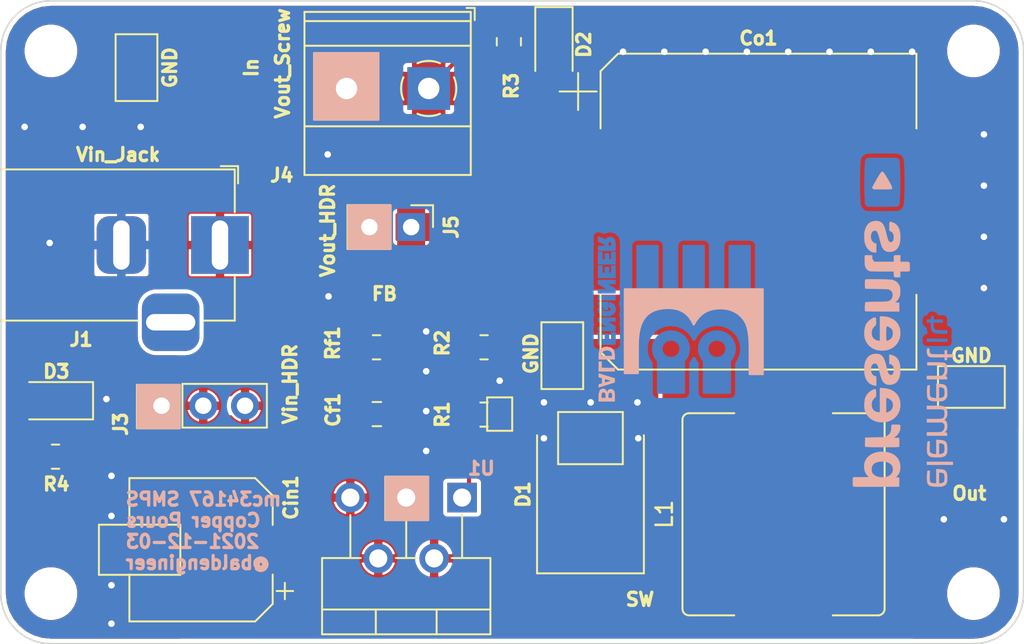
<source format=kicad_pcb>
(kicad_pcb (version 20171130) (host pcbnew "(5.1.10)-1")
  (layers (0 F.Cu signal hide) (31 B.Cu signal hide) (34 B.Paste user) (35 F.Paste user) (36 B.SilkS user) (37 F.SilkS user) (38 B.Mask user) (39 F.Mask user) (44 Edge.Cuts user))
  (net 0 "")
  (net 1 "Net-(Cf1-Pad2)")
  (net 2 /Comp)
  (net 3 GND)
  (net 4 /Vin)
  (net 5 /Vout)
  (net 6 /SW)
  (net 7 /Fb)
  (net 8 "Net-(D2-Pad2)")
  (net 9 "Net-(D3-Pad2)")
  (module "My Libraries:BE10v2" (layer B.Cu) (at 165.608 118.11 90)
    (fp_text reference svg2mod hide)
    (fp_text value G*** hide)
    (fp_poly (pts (xy 9.4375 -9.590522) (xy 9.4375 -9.423126) (xy 9.5775 -9.423126) (xy 9.6775 -9.412825) (xy 9.7325 -9.369045) (xy 9.7575 -9.291785) (xy 9.7325 -9.2171) (xy 9.68 -9.175895) (xy 9.5725 -9.168169) (xy 9.4375 -9.168168) (xy 9.4375 -9.423126) (xy 9.4375 -9.590522) (xy 9.4375 -9.984547) (xy 9.21 -9.984547) (xy 9.21 -8.987895) (xy 9.635 -8.987895) (xy 9.825 -9.016224) (xy 9.9425 -9.119237) (xy 9.99 -9.286633) (xy 9.948437 -9.440509) (xy 9.8225 -9.544166) (xy 10 -9.984547) (xy 9.75 -9.984547) (xy 9.6025 -9.590522) (xy 9.4375 -9.590522)) (layer B.Cu) (width 0.095901))
    (fp_poly (pts (xy 9.075 -9.178469) (xy 8.615 -9.178469) (xy 8.615 -9.38192) (xy 8.975 -9.38192) (xy 8.975 -9.569919) (xy 8.6125 -9.569919) (xy 8.6125 -9.786247) (xy 9.075 -9.786247) (xy 9.075 -9.984547) (xy 8.385 -9.984547) (xy 8.385 -8.987895) (xy 9.075 -8.987895) (xy 9.075 -9.178469)) (layer B.Cu) (width 0.095901))
    (fp_poly (pts (xy 8.2475 -9.178469) (xy 7.7875 -9.178469) (xy 7.7875 -9.38192) (xy 8.15 -9.38192) (xy 8.15 -9.569919) (xy 7.7875 -9.569919) (xy 7.7875 -9.786247) (xy 8.2475 -9.786247) (xy 8.2475 -9.984547) (xy 7.5575 -9.984547) (xy 7.5575 -8.987895) (xy 8.2475 -8.987895) (xy 8.2475 -9.178469)) (layer B.Cu) (width 0.095901))
    (fp_poly (pts (xy 7.3625 -8.99047) (xy 7.3625 -9.987123) (xy 7.17 -9.987123) (xy 6.7925 -9.314962) (xy 6.794987 -9.348441) (xy 6.797474 -9.392222) (xy 6.797474 -9.989698) (xy 6.619974 -9.989698) (xy 6.619974 -8.993046) (xy 6.864974 -8.993046) (xy 7.194974 -9.580221) (xy 7.189973 -9.513262) (xy 7.189973 -8.993046) (xy 7.362473 -8.993046) (xy 7.3625 -8.99047)) (layer B.Cu) (width 0.095901))
    (fp_poly (pts (xy 6.4225 -8.99047) (xy 6.4225 -9.987123) (xy 6.1975 -9.987123) (xy 6.1975 -8.99047) (xy 6.4225 -8.99047)) (layer B.Cu) (width 0.095901))
    (fp_poly (pts (xy 6.02 -9.454029) (xy 6.02 -9.987123) (xy 5.9175 -9.987123) (xy 5.885 -9.871233) (xy 5.62 -9.999999) (xy 5.451875 -9.965232) (xy 5.325 -9.860931) (xy 5.24625 -9.700939) (xy 5.22 -9.500386) (xy 5.248125 -9.285346) (xy 5.3325 -9.116662) (xy 5.465312 -9.00882) (xy 5.6375 -8.972443) (xy 5.8975 -9.065155) (xy 6.0175 -9.314962) (xy 5.8025 -9.34329) (xy 5.635 -9.163017) (xy 5.495 -9.248003) (xy 5.4475 -9.492659) (xy 5.4975 -9.727014) (xy 5.6425 -9.806849) (xy 5.75 -9.765644) (xy 5.7975 -9.634303) (xy 5.615 -9.634303) (xy 5.615 -9.448879) (xy 6.02 -9.448879) (xy 6.02 -9.454029)) (layer B.Cu) (width 0.095901))
    (fp_poly (pts (xy 5.07 -8.99047) (xy 5.07 -9.987123) (xy 4.8775 -9.987123) (xy 4.5 -9.312387) (xy 4.502487 -9.345866) (xy 4.504974 -9.389646) (xy 4.504974 -9.987123) (xy 4.327474 -9.987123) (xy 4.327474 -8.99047) (xy 4.572474 -8.99047) (xy 4.902474 -9.577645) (xy 4.897473 -9.510687) (xy 4.897473 -8.99047) (xy 5.07 -8.99047)) (layer B.Cu) (width 0.095901))
    (fp_poly (pts (xy 4.19 -9.178469) (xy 3.73 -9.178469) (xy 3.73 -9.38192) (xy 4.0925 -9.38192) (xy 4.0925 -9.569919) (xy 3.73 -9.569919) (xy 3.73 -9.786247) (xy 4.19 -9.786247) (xy 4.19 -9.984547) (xy 3.5 -9.984547) (xy 3.5 -8.987895) (xy 4.19 -8.987895) (xy 4.19 -9.178469)) (layer B.Cu) (width 0.095901))
    (fp_poly (pts (xy 3.21 -1.689415) (xy 2.687226 -2.555289) (xy 2.809062 -2.368658) (xy 2.989492 -2.242869) (xy 3.21 -2.196755) (xy 3.431562 -2.242869) (xy 3.611875 -2.368658) (xy 3.733125 -2.555289) (xy 3.7775 -2.78393) (xy 3.733125 -3.011082) (xy 3.611875 -3.196948) (xy 3.431562 -3.322455) (xy 3.21 -3.368529) (xy 2.988437 -3.322455) (xy 2.808125 -3.196948) (xy 2.686875 -3.011082) (xy 2.6425 -2.78393) (xy 2.687226 -2.555289) (xy 3.21 -1.689415) (xy 2.933796 -1.727091) (xy 2.68537 -1.832871) (xy 2.4725 -1.995879) (xy 0.5375 -1.995879) (xy 0.5375 -3.57198) (xy 2.4725 -3.57198) (xy 2.684259 -3.736134) (xy 2.933241 -3.841341) (xy 3.21 -3.878444) (xy 3.492697 -3.839397) (xy 3.746574 -3.729171) (xy 3.961562 -3.558138) (xy 4.127592 -3.336672) (xy 4.234595 -3.075145) (xy 4.2725 -2.78393) (xy 4.234595 -2.492715) (xy 4.127592 -2.231188) (xy 3.961562 -2.009722) (xy 3.746574 -1.838689) (xy 3.492697 -1.728463) (xy 3.21 -1.689415)) (layer B.Cu) (width 0.134262))
    (fp_poly (pts (xy 6.83 -6.39454) (xy 9.465 -6.39454) (xy 9.465 -7.617821) (xy 6.83 -7.617821) (xy 6.83 -6.39454)) (layer B.Cu) (width 0.134262))
    (fp_poly (pts (xy 6.83 -3.587432) (xy 9.465 -3.587432) (xy 9.465 -4.810713) (xy 6.83 -4.810713) (xy 6.83 -3.587432)) (layer B.Cu) (width 0.134262))
    (fp_poly (pts (xy 6.83 -0.788051) (xy 9.465 -0.788051) (xy 9.465 -2.011331) (xy 6.83 -2.011331) (xy 6.83 -0.788051)) (layer B.Cu) (width 0.134262))
    (fp_poly (pts (xy 3.21 -4.483646) (xy 2.687226 -5.349923) (xy 2.809062 -5.164177) (xy 2.989492 -5.039274) (xy 3.21 -4.993561) (xy 3.431562 -5.039636) (xy 3.611875 -5.165143) (xy 3.733125 -5.351009) (xy 3.7775 -5.578161) (xy 3.733125 -5.806802) (xy 3.611875 -5.993433) (xy 3.431562 -6.119221) (xy 3.21 -6.165336) (xy 2.988437 -6.119221) (xy 2.808125 -5.993433) (xy 2.686875 -5.806802) (xy 2.6425 -5.578161) (xy 2.687226 -5.349923) (xy 3.21 -4.483646) (xy 2.933796 -4.521323) (xy 2.68537 -4.627102) (xy 2.4725 -4.790111) (xy 0.5375 -4.790111) (xy 0.5375 -6.366211) (xy 2.4725 -6.366211) (xy 2.684259 -6.530365) (xy 2.933241 -6.635572) (xy 3.21 -6.672675) (xy 3.492697 -6.633628) (xy 3.746574 -6.523402) (xy 3.961562 -6.352369) (xy 4.127592 -6.130903) (xy 4.234595 -5.869376) (xy 4.2725 -5.578161) (xy 4.234595 -5.286946) (xy 4.127592 -5.025419) (xy 3.961562 -4.803953) (xy 3.746574 -4.63292) (xy 3.492697 -4.522694) (xy 3.21 -4.483646)) (layer B.Cu) (width 0.134262))
  )
  (module "e14 Presents KiCad Footprints:e14presents logo 20mm silk and copper v1" (layer B.Cu) (at 170.2435 107.888419 90)
    (fp_text reference Ref** hide)
    (fp_text value Val** hide)
    (fp_poly (pts (xy 3.317398 3.737912) (xy 3.52923 3.735269) (xy 3.731755 3.730753) (xy 3.920284 3.724494) (xy 4.090128 3.716622) (xy 4.236596 3.707268) (xy 4.355 3.696561) (xy 4.440648 3.684633) (xy 4.488852 3.671613) (xy 4.489938 3.671069) (xy 4.519206 3.655151) (xy 4.543481 3.637833) (xy 4.563229 3.615251) (xy 4.578917 3.583543) (xy 4.591011 3.538844) (xy 4.599979 3.47729) (xy 4.606286 3.395019) (xy 4.610399 3.288165) (xy 4.612786 3.152867) (xy 4.613911 2.98526) (xy 4.614242 2.78148) (xy 4.614254 2.641593) (xy 4.614156 2.425783) (xy 4.613779 2.248191) (xy 4.612939 2.104704) (xy 4.611452 1.991207) (xy 4.609133 1.903585) (xy 4.605797 1.837723) (xy 4.60126 1.789508) (xy 4.595336 1.754824) (xy 4.587843 1.729557) (xy 4.578593 1.709592) (xy 4.571911 1.698097) (xy 4.529825 1.646399) (xy 4.482457 1.61113) (xy 4.476662 1.608633) (xy 4.425655 1.597435) (xy 4.337227 1.587215) (xy 4.216277 1.578066) (xy 4.067708 1.570077) (xy 3.896422 1.56334) (xy 3.707319 1.557945) (xy 3.505301 1.553983) (xy 3.295271 1.551546) (xy 3.082129 1.550723) (xy 2.870776 1.551607) (xy 2.666116 1.554288) (xy 2.473048 1.558856) (xy 2.296476 1.565403) (xy 2.25425 1.567422) (xy 2.137592 1.573145) (xy 2.027945 1.57826) (xy 1.936338 1.582268) (xy 1.873799 1.584675) (xy 1.865842 1.584917) (xy 1.797527 1.593744) (xy 1.743441 1.622042) (xy 1.7018 1.659466) (xy 1.629834 1.731433) (xy 1.629834 2.639007) (xy 1.629836 2.6428) (xy 2.709334 2.6428) (xy 2.709431 2.480643) (xy 2.71002 2.355591) (xy 2.71154 2.262417) (xy 2.714434 2.195893) (xy 2.719144 2.150792) (xy 2.726111 2.121886) (xy 2.735778 2.103947) (xy 2.748585 2.091748) (xy 2.756377 2.086117) (xy 2.793249 2.061856) (xy 2.810294 2.053166) (xy 2.82975 2.063295) (xy 2.88074 2.091749) (xy 2.958166 2.135631) (xy 3.056932 2.192043) (xy 3.171943 2.258088) (xy 3.258994 2.308273) (xy 3.383915 2.381057) (xy 3.497315 2.448374) (xy 3.593767 2.506901) (xy 3.667844 2.553317) (xy 3.714119 2.584299) (xy 3.726772 2.59465) (xy 3.741392 2.620412) (xy 3.740273 2.647903) (xy 3.72017 2.679817) (xy 3.677839 2.718845) (xy 3.610034 2.767681) (xy 3.513511 2.829015) (xy 3.385024 2.90554) (xy 3.276005 2.968625) (xy 3.15169 3.039051) (xy 3.037773 3.101739) (xy 2.939934 3.153712) (xy 2.863851 3.191993) (xy 2.815203 3.213605) (xy 2.801567 3.217333) (xy 2.774137 3.215423) (xy 2.752754 3.206577) (xy 2.736666 3.186123) (xy 2.725125 3.149392) (xy 2.717379 3.09171) (xy 2.712679 3.008406) (xy 2.710276 2.894809) (xy 2.709418 2.746247) (xy 2.709334 2.6428) (xy 1.629836 2.6428) (xy 1.629994 2.862476) (xy 1.630565 3.047422) (xy 1.631676 3.197657) (xy 1.633461 3.31699) (xy 1.636051 3.409232) (xy 1.639578 3.478192) (xy 1.644174 3.527682) (xy 1.64997 3.561511) (xy 1.657099 3.58349) (xy 1.662868 3.593744) (xy 1.684741 3.622099) (xy 1.709646 3.64518) (xy 1.742169 3.663744) (xy 1.786891 3.678548) (xy 1.848399 3.690349) (xy 1.931275 3.699903) (xy 2.040104 3.707967) (xy 2.17947 3.715299) (xy 2.353956 3.722655) (xy 2.470809 3.727146) (xy 2.672967 3.733298) (xy 2.884577 3.737057) (xy 3.100951 3.738551) (xy 3.317398 3.737912)) (layer B.Cu) (width 0.01))
    (fp_poly (pts (xy -6.392333 5.355166) (xy -6.582833 5.355166) (xy -6.582833 6.604) (xy -6.392333 6.604) (xy -6.392333 5.355166)) (layer B.Cu) (width 0.01))
    (fp_poly (pts (xy -5.880668 6.260041) (xy -5.875012 6.097548) (xy -5.866587 5.977091) (xy -5.855375 5.898465) (xy -5.845039 5.866666) (xy -5.791269 5.812229) (xy -5.703473 5.775485) (xy -5.58691 5.758358) (xy -5.546346 5.757333) (xy -5.418666 5.757333) (xy -5.418666 6.328833) (xy -5.228166 6.328833) (xy -5.228166 5.759328) (xy -5.125476 5.77149) (xy -5.063338 5.776978) (xy -5.030597 5.771563) (xy -5.014876 5.751189) (xy -5.009348 5.733451) (xy -4.998466 5.678253) (xy -5.0082 5.646031) (xy -5.046119 5.627626) (xy -5.106458 5.615957) (xy -5.217583 5.598352) (xy -5.230279 5.355166) (xy -5.418666 5.355166) (xy -5.418666 5.583913) (xy -5.614458 5.591341) (xy -5.751165 5.60182) (xy -5.853928 5.623816) (xy -5.930392 5.660949) (xy -5.988205 5.716841) (xy -6.032059 5.789083) (xy -6.051682 5.831648) (xy -6.066003 5.873417) (xy -6.076076 5.922385) (xy -6.082954 5.986548) (xy -6.087691 6.073901) (xy -6.091341 6.19244) (xy -6.09271 6.249458) (xy -6.100885 6.604) (xy -5.888684 6.604) (xy -5.880668 6.260041)) (layer B.Cu) (width 0.01))
  )
  (module Inductor_SMD:L_Bourns_SRR1210A (layer F.Cu) (at 166.878 124.968 90)
    (fp_text reference L1 (at 0 -7.25 90) (layer F.SilkS))
    (fp_text value 180u)
    (pad 1 smd rect (at -5.05 0 90) (size 2.8 5.3) (layers F.Cu F.Paste F.Mask) (net 6 /SW))
    (pad 2 smd rect (at 5.05 0 90) (size 2.8 5.3) (layers F.Cu F.Paste F.Mask) (net 5 /Vout))
  )
  (module "My Libraries:Harwin-S1751-46-Test-Point" (layer F.Cu) (at 127.508 97.79 90)
    (fp_text reference TP7 hide)
    (fp_text value GND (at -0.000001 2.032 90) (layer F.SilkS) (effects (font (size 0.8 0.8) (thickness 0.2))))
    (pad 1 smd rect (at 0 0 90) (size 3.45 1.85) (layers F.Cu F.Paste F.Mask) (net 3 GND))
  )
  (module "My Libraries:Harwin-S1751-46-Test-Point" (layer F.Cu) (at 153.416 115.316 90)
    (fp_text reference TP6 hide)
    (fp_text value GND (at 0.127 -1.905 270) (layer F.SilkS) (effects (font (size 0.8 0.8) (thickness 0.2))))
    (pad 1 smd rect (at 0 0 90) (size 3.45 1.85) (layers F.Cu F.Paste F.Mask) (net 3 GND))
  )
  (module "My Libraries:Harwin-S1751-46-Test-Point" (layer F.Cu) (at 178.308 117.221)
    (fp_text reference TP5 hide)
    (fp_text value GND (at 0 -1.905) (layer F.SilkS) (effects (font (size 0.8 0.8) (thickness 0.2))))
    (pad 1 smd rect (at 0 0) (size 3.45 1.85) (layers F.Cu F.Paste F.Mask) (net 3 GND))
  )
  (module MountingHole:MountingHole_2.7mm_M2.5 (layer F.Cu) (at 178.435 96.774)
    (fp_text reference H4 hide)
    (fp_text value MountingHole)
    (pad 1 np_thru_hole circle (at 0 0) (size 2.7 2.7) (drill 2.7) (layers *.Cu *.Mask))
  )
  (module MountingHole:MountingHole_2.7mm_M2.5 (layer F.Cu) (at 122.301 129.794)
    (fp_text reference H3 hide)
    (fp_text value MountingHole)
    (pad 1 np_thru_hole circle (at 0 0) (size 2.7 2.7) (drill 2.7) (layers *.Cu *.Mask))
  )
  (module MountingHole:MountingHole_2.7mm_M2.5 (layer F.Cu) (at 178.435 129.794)
    (fp_text reference H2 hide)
    (fp_text value MountingHole)
    (pad 1 np_thru_hole circle (at 0 0) (size 2.7 2.7) (drill 2.7) (layers *.Cu *.Mask))
  )
  (module MountingHole:MountingHole_2.7mm_M2.5 (layer F.Cu) (at 122.301 96.774)
    (fp_text reference H1 hide)
    (fp_text value MountingHole)
    (pad 1 np_thru_hole circle (at 0 0) (size 2.7 2.7) (drill 2.7) (layers *.Cu *.Mask))
  )
  (module Resistor_SMD:R_0805_2012Metric (layer F.Cu) (at 122.5804 121.4628 180)
    (fp_text reference R4 (at -0.0508 -1.6764) (layer F.SilkS) (effects (font (size 0.8 0.8) (thickness 0.2))))
    (fp_text value k)
    (pad 2 smd roundrect (at 0.9125 0 180) (size 1.025 1.4) (layers F.Cu F.Paste F.Mask) (roundrect_rratio 0.243902) (net 9 "Net-(D3-Pad2)"))
    (pad 1 smd roundrect (at -0.9125 0 180) (size 1.025 1.4) (layers F.Cu F.Paste F.Mask) (roundrect_rratio 0.243902) (net 4 /Vin))
  )
  (module Resistor_SMD:R_0805_2012Metric (layer F.Cu) (at 150.1648 96.2152 90)
    (fp_text reference R3 (at -2.6924 0.1524 90) (layer F.SilkS) (effects (font (size 0.8 0.8) (thickness 0.2))))
    (fp_text value k)
    (pad 2 smd roundrect (at 0.9125 0 90) (size 1.025 1.4) (layers F.Cu F.Paste F.Mask) (roundrect_rratio 0.243902) (net 8 "Net-(D2-Pad2)"))
    (pad 1 smd roundrect (at -0.9125 0 90) (size 1.025 1.4) (layers F.Cu F.Paste F.Mask) (roundrect_rratio 0.243902) (net 5 /Vout))
  )
  (module LED_SMD:LED_1206_3216Metric (layer F.Cu) (at 122.5804 118.0592 180)
    (fp_text reference D3 (at -0.0508 1.778) (layer F.SilkS) (effects (font (size 0.8 0.8) (thickness 0.2))))
    (fp_text value Vin)
    (pad 2 smd roundrect (at 1.4 0 180) (size 1.25 1.75) (layers F.Cu F.Paste F.Mask) (roundrect_rratio 0.2) (net 9 "Net-(D3-Pad2)"))
    (pad 1 smd roundrect (at -1.4 0 180) (size 1.25 1.75) (layers F.Cu F.Paste F.Mask) (roundrect_rratio 0.2) (net 3 GND))
  )
  (module LED_SMD:LED_1206_3216Metric (layer F.Cu) (at 152.908 96.393 270)
    (fp_text reference D2 (at 0 -1.82 90) (layer F.SilkS) (effects (font (size 0.8 0.8) (thickness 0.2))))
    (fp_text value Vout)
    (pad 2 smd roundrect (at 1.4 0 270) (size 1.25 1.75) (layers F.Cu F.Paste F.Mask) (roundrect_rratio 0.2) (net 8 "Net-(D2-Pad2)"))
    (pad 1 smd roundrect (at -1.4 0 270) (size 1.25 1.75) (layers F.Cu F.Paste F.Mask) (roundrect_rratio 0.2) (net 3 GND))
  )
  (module TerminalBlock_Phoenix:TerminalBlock_Phoenix_MKDS-1,5-2_1x02_P5.00mm_Horizontal (layer F.Cu) (at 145.288 99.06 180)
    (fp_text reference J4 (at 8.9408 -5.2832) (layer F.SilkS) (effects (font (size 0.8 0.8) (thickness 0.2))))
    (fp_text value Vout_Screw (at 8.89 1.524 90) (layer F.SilkS) (effects (font (size 0.8 0.8) (thickness 0.2))))
    (pad 2 thru_hole circle (at 5 0 180) (size 2.6 2.6) (drill 1.3) (layers *.Cu *.Mask) (net 3 GND))
    (pad 1 thru_hole rect (at 0 0 180) (size 2.6 2.6) (drill 1.3) (layers *.Cu *.Mask) (net 5 /Vout))
  )
  (module Connector_PinHeader_2.54mm:PinHeader_1x03_P2.54mm_Vertical (layer F.Cu) (at 129.032 118.364 90)
    (fp_text reference J3 (at -1.1176 -2.4892 270) (layer F.SilkS) (effects (font (size 0.8 0.8) (thickness 0.2))))
    (fp_text value Vin_HDR (at 1.3208 7.8232 90) (layer F.SilkS) (effects (font (size 0.8 0.8) (thickness 0.2))))
    (pad 3 thru_hole oval (at 0 5.08 90) (size 1.7 1.7) (drill 1) (layers *.Cu *.Mask) (net 2 /Comp))
    (pad 2 thru_hole oval (at 0 2.54 90) (size 1.7 1.7) (drill 1) (layers *.Cu *.Mask) (net 4 /Vin))
    (pad 1 thru_hole rect (at 0 0 90) (size 1.7 1.7) (drill 1) (layers *.Cu *.Mask) (net 3 GND))
  )
  (module Package_TO_SOT_THT:TO-220-5_P3.4x3.7mm_StaggerOdd_Lead3.8mm_Vertical (layer F.Cu) (at 147.32 123.952 180)
    (fp_text reference U1 (at -1.1684 1.778) (layer B.SilkS) (effects (font (size 0.8 0.8) (thickness 0.2)) (justify mirror)))
    (fp_text value MC34167)
    (pad 5 thru_hole oval (at 6.8 0 180) (size 1.8 1.8) (drill 1.1) (layers *.Cu *.Mask) (net 2 /Comp))
    (pad 4 thru_hole oval (at 5.1 -3.7 180) (size 1.8 1.8) (drill 1.1) (layers *.Cu *.Mask) (net 4 /Vin))
    (pad 3 thru_hole oval (at 3.4 0 180) (size 1.8 1.8) (drill 1.1) (layers *.Cu *.Mask) (net 3 GND))
    (pad 2 thru_hole oval (at 1.7 -3.7 180) (size 1.8 1.8) (drill 1.1) (layers *.Cu *.Mask) (net 6 /SW))
    (pad 1 thru_hole rect (at 0 0 180) (size 1.8 1.8) (drill 1.1) (layers *.Cu *.Mask) (net 7 /Fb))
  )
  (module "My Libraries:Harwin-S1751-46-Test-Point" (layer F.Cu) (at 178.308 121.793 180)
    (fp_text reference TP4 hide)
    (fp_text value Out (at 0.127 -1.905) (layer F.SilkS) (effects (font (size 0.8 0.8) (thickness 0.2))))
    (pad 1 smd rect (at 0 0 180) (size 3.45 1.85) (layers F.Cu F.Paste F.Mask) (net 5 /Vout))
  )
  (module "My Libraries:Harwin-S1751-46-Test-Point" (layer F.Cu) (at 155.1305 130.2385)
    (fp_text reference TP3 hide)
    (fp_text value SW (at 3.0099 -0.0889) (layer F.SilkS) (effects (font (size 0.8 0.8) (thickness 0.2))))
    (pad 1 smd rect (at 0 0) (size 3.45 1.85) (layers F.Cu F.Paste F.Mask) (net 6 /SW))
  )
  (module "My Libraries:Harwin-S1751-46-Test-Point" (layer F.Cu) (at 145.288 111.5568)
    (fp_text reference TP2 hide)
    (fp_text value FB (at -2.6924 0) (layer F.SilkS) (effects (font (size 0.8 0.8) (thickness 0.2))))
    (pad 1 smd rect (at 0 0) (size 3.45 1.85) (layers F.Cu F.Paste F.Mask) (net 7 /Fb))
  )
  (module "My Libraries:Harwin-S1751-46-Test-Point" (layer F.Cu) (at 132.715 97.79 270)
    (fp_text reference TP1 hide)
    (fp_text value In (at 0 -1.778 90) (layer F.SilkS) (effects (font (size 0.8 0.8) (thickness 0.2))))
    (pad 1 smd rect (at 0 0 270) (size 3.45 1.85) (layers F.Cu F.Paste F.Mask) (net 4 /Vin))
  )
  (module Resistor_SMD:R_0805_2012Metric (layer F.Cu) (at 142.113 114.808 180)
    (fp_text reference Rf1 (at 2.667 0.254 90) (layer F.SilkS) (effects (font (size 0.8 0.8) (thickness 0.2))))
    (fp_text value 68k)
    (pad 2 smd roundrect (at 0.9125 0 180) (size 1.025 1.4) (layers F.Cu F.Paste F.Mask) (roundrect_rratio 0.243902) (net 1 "Net-(Cf1-Pad2)"))
    (pad 1 smd roundrect (at -0.9125 0 180) (size 1.025 1.4) (layers F.Cu F.Paste F.Mask) (roundrect_rratio 0.243902) (net 7 /Fb))
  )
  (module Resistor_SMD:R_0805_2012Metric (layer F.Cu) (at 148.6535 114.808 180)
    (fp_text reference R2 (at 2.54 0.254 90) (layer F.SilkS) (effects (font (size 0.8 0.8) (thickness 0.2))))
    (fp_text value 6.8k)
    (pad 2 smd roundrect (at 0.9125 0 180) (size 1.025 1.4) (layers F.Cu F.Paste F.Mask) (roundrect_rratio 0.243902) (net 7 /Fb))
    (pad 1 smd roundrect (at -0.9125 0 180) (size 1.025 1.4) (layers F.Cu F.Paste F.Mask) (roundrect_rratio 0.243902) (net 5 /Vout))
  )
  (module Resistor_SMD:R_0805_2012Metric (layer F.Cu) (at 148.6535 118.902)
    (fp_text reference R1 (at -2.54 0 90) (layer F.SilkS) (effects (font (size 0.8 0.8) (thickness 0.2))))
    (fp_text value k)
    (pad 2 smd roundrect (at 0.9125 0) (size 1.025 1.4) (layers F.Cu F.Paste F.Mask) (roundrect_rratio 0.243902) (net 3 GND))
    (pad 1 smd roundrect (at -0.9125 0) (size 1.025 1.4) (layers F.Cu F.Paste F.Mask) (roundrect_rratio 0.243902) (net 7 /Fb))
  )
  (module Connector_PinHeader_2.54mm:PinHeader_1x02_P2.54mm_Vertical (layer F.Cu) (at 144.2212 107.4928 270)
    (fp_text reference J5 (at 0 -2.4384 90) (layer F.SilkS) (effects (font (size 0.8 0.8) (thickness 0.2))))
    (fp_text value Vout_HDR (at 0.2032 5.08 90) (layer F.SilkS) (effects (font (size 0.8 0.8) (thickness 0.2))))
    (pad 2 thru_hole oval (at 0 2.54 270) (size 1.7 1.7) (drill 1) (layers *.Cu *.Mask) (net 3 GND))
    (pad 1 thru_hole rect (at 0 0 270) (size 1.7 1.7) (drill 1) (layers *.Cu *.Mask) (net 5 /Vout))
  )
  (module Connector_BarrelJack:BarrelJack_Horizontal (layer F.Cu) (at 132.588 108.585)
    (fp_text reference J1 (at -8.45 5.75) (layer F.SilkS) (effects (font (size 0.8 0.8) (thickness 0.2))))
    (fp_text value Vin_Jack (at -6.2 -5.5) (layer F.SilkS) (effects (font (size 0.8 0.8) (thickness 0.2))))
    (pad 3 thru_hole roundrect (at -3 4.7) (size 3.5 3.5) (drill oval 3 1) (layers *.Cu *.Mask))
    (pad 2 thru_hole roundrect (at -6 0) (size 3 3.5) (drill oval 1 3) (layers *.Cu *.Mask) (net 3 GND))
    (pad 1 thru_hole rect (at 0 0) (size 3.5 3.5) (drill oval 1 3) (layers *.Cu *.Mask) (net 4 /Vin))
  )
  (module Diode_SMD:D_SMC (layer F.Cu) (at 155.1305 123.7615 90)
    (fp_text reference D1 (at 0 -4.1 90) (layer F.SilkS) (effects (font (size 0.8 0.8) (thickness 0.2))))
    (fp_text value 50V,5A)
    (pad 2 smd rect (at 3.4 0 180) (size 3.3 2.5) (layers F.Cu F.Paste F.Mask) (net 3 GND))
    (pad 1 smd rect (at -3.4 0 180) (size 3.3 2.5) (layers F.Cu F.Paste F.Mask) (net 6 /SW))
  )
  (module Capacitor_SMD:CP_Elec_18x17.5 (layer F.Cu) (at 165.354 106.553)
    (fp_text reference Co1 (at 0 -10.55) (layer F.SilkS) (effects (font (size 0.8 0.8) (thickness 0.2))))
    (fp_text value 4700u)
    (pad 2 smd roundrect (at 6.75 0) (size 8.8 9.6) (layers F.Cu F.Paste F.Mask) (roundrect_rratio 0.028409) (net 3 GND))
    (pad 1 smd roundrect (at -6.75 0) (size 8.8 9.6) (layers F.Cu F.Paste F.Mask) (roundrect_rratio 0.028409) (net 5 /Vout))
  )
  (module Capacitor_SMD:CP_Elec_8x10.5 (layer F.Cu) (at 131.435 127.127 180)
    (fp_text reference Cin1 (at -5.471 3.175 90) (layer F.SilkS) (effects (font (size 0.8 0.8) (thickness 0.2))))
    (fp_text value 300u)
    (pad 2 smd roundrect (at 3.7 0 180) (size 4.4 2.5) (layers F.Cu F.Paste F.Mask) (roundrect_rratio 0.1) (net 3 GND))
    (pad 1 smd roundrect (at -3.7 0 180) (size 4.4 2.5) (layers F.Cu F.Paste F.Mask) (roundrect_rratio 0.1) (net 4 /Vin))
  )
  (module Capacitor_SMD:C_0805_2012Metric (layer F.Cu) (at 142.133 118.872)
    (fp_text reference Cf1 (at -2.667 -0.254 90) (layer F.SilkS) (effects (font (size 0.8 0.8) (thickness 0.2))))
    (fp_text value 100n)
    (pad 2 smd roundrect (at 0.95 0) (size 1 1.45) (layers F.Cu F.Paste F.Mask) (net 1 "Net-(Cf1-Pad2)"))
    (pad 1 smd roundrect (at -0.95 0) (size 1 1.45) (layers F.Cu F.Paste F.Mask) (net 2 /Comp))
  )
  (gr_poly (pts (xy 127.5588 119.744801) (xy 130.1588 119.7448) (xy 130.1588 117.0848) (xy 127.5588 117.084801)) (layer B.SilkS) (width 0.1))
  (gr_poly (pts (xy 130.1242 119.7448) (xy 127.5242 119.7448) (xy 127.5242 117.0848) (xy 130.1242 117.0848)) (layer F.SilkS) (width 0.1))
  (gr_poly (pts (xy 142.6718 125.332801) (xy 145.2718 125.3328) (xy 145.2718 122.6728) (xy 142.6718 122.672801)) (layer B.SilkS) (width 0.1))
  (gr_poly (pts (xy 145.2372 125.3328) (xy 142.6372 125.3328) (xy 142.6372 122.6728) (xy 145.2372 122.6728)) (layer F.SilkS) (width 0.1))
  (gr_poly (pts (xy 140.3858 108.822801) (xy 142.9858 108.8228) (xy 142.9858 106.1628) (xy 140.3858 106.162801)) (layer B.SilkS) (width 0.1))
  (gr_poly (pts (xy 142.9512 108.8228) (xy 140.3512 108.8228) (xy 140.3512 106.1628) (xy 142.9512 106.1628)) (layer F.SilkS) (width 0.1))
  (gr_poly (pts (xy 138.302999 100.965) (xy 142.24 100.965) (xy 142.24 96.901) (xy 138.302999 96.901)) (layer B.SilkS) (width 0.1))
  (gr_poly (pts (xy 142.24 100.965) (xy 138.303 100.965) (xy 138.303 96.901) (xy 142.24 96.901)) (layer F.SilkS) (width 0.1))
  (gr_line (start 125.222 128.651) (end 125.222 125.603) (layer F.SilkS) (width 0.12))
  (gr_line (start 130.175 128.651) (end 125.222 128.651) (layer F.SilkS) (width 0.12))
  (gr_line (start 130.175 125.603) (end 130.175 128.651) (layer F.SilkS) (width 0.12))
  (gr_line (start 125.222 125.603) (end 130.175 125.603) (layer F.SilkS) (width 0.12))
  (gr_line (start 148.844 119.888) (end 148.844 117.856) (layer F.SilkS) (width 0.12))
  (gr_line (start 150.368 119.888) (end 148.844 119.888) (layer F.SilkS) (width 0.12))
  (gr_line (start 150.368 117.856) (end 150.368 119.888) (layer F.SilkS) (width 0.12))
  (gr_line (start 148.844 117.856) (end 150.368 117.856) (layer F.SilkS) (width 0.12))
  (gr_line (start 153.162 121.92) (end 153.162 118.745) (layer F.SilkS) (width 0.12))
  (gr_line (start 157.099 121.92) (end 153.162 121.92) (layer F.SilkS) (width 0.12))
  (gr_line (start 157.099 118.745) (end 157.099 121.92) (layer F.SilkS) (width 0.12))
  (gr_line (start 153.162 118.745) (end 157.099 118.745) (layer F.SilkS) (width 0.12))
  (gr_line (start 176.276 115.950999) (end 180.34 115.950999) (layer F.SilkS) (width 0.12))
  (gr_line (start 176.276 118.491) (end 176.276 115.950999) (layer F.SilkS) (width 0.12))
  (gr_line (start 180.34 118.491) (end 176.276 118.491) (layer F.SilkS) (width 0.12))
  (gr_line (start 180.34 115.950999) (end 180.34 118.491) (layer F.SilkS) (width 0.12))
  (gr_line (start 154.686 113.284) (end 154.686 117.348) (layer F.SilkS) (width 0.12))
  (gr_line (start 152.146 113.284) (end 154.686 113.284) (layer F.SilkS) (width 0.12))
  (gr_line (start 152.146 117.348) (end 152.146 113.284) (layer F.SilkS) (width 0.12))
  (gr_line (start 154.686 117.348) (end 152.146 117.348) (layer F.SilkS) (width 0.12))
  (gr_line (start 126.238 99.822) (end 126.238 95.758) (layer F.SilkS) (width 0.12))
  (gr_line (start 128.778 99.822) (end 126.238 99.822) (layer F.SilkS) (width 0.12))
  (gr_line (start 128.778 95.758) (end 128.778 99.822) (layer F.SilkS) (width 0.12))
  (gr_line (start 126.238 95.758) (end 128.778 95.758) (layer F.SilkS) (width 0.12))
  (gr_text "mc34167 SMPS\nCopper Pours\n2021-12-03\n@baldengineer" (at 126.746 125.984) (layer B.SilkS) (effects (font (size 0.8 0.8) (thickness 0.2)) (justify right mirror)))
  (gr_arc (start 178.435 96.773999) (end 181.482999 96.773999) (angle -90) (layer Edge.Cuts) (width 0.1))
  (gr_arc (start 178.435 129.794) (end 178.435 132.841999) (angle -90) (layer Edge.Cuts) (width 0.1))
  (gr_arc (start 122.301 129.794) (end 119.253001 129.794) (angle -90) (layer Edge.Cuts) (width 0.1))
  (gr_arc (start 122.301 96.774) (end 122.301 93.726) (angle -90) (layer Edge.Cuts) (width 0.1))
  (gr_line (start 181.483 96.774) (end 181.483 129.794) (layer Edge.Cuts) (width 0.1))
  (gr_line (start 122.301 93.726) (end 178.435 93.726) (layer Edge.Cuts) (width 0.1))
  (gr_line (start 119.253001 129.794) (end 119.253 96.774) (layer Edge.Cuts) (width 0.1))
  (gr_line (start 178.435 132.841999) (end 122.301 132.841999) (layer Edge.Cuts) (width 0.1))
  (segment (start 141.2005 114.808) (end 141.2005 115.5465) (width 0.254) (layer F.Cu) (net 1))
  (segment (start 143.083 117.429) (end 143.083 118.872) (width 0.254) (layer F.Cu) (net 1))
  (segment (start 141.2005 115.5465) (end 143.083 117.429) (width 0.254) (layer F.Cu) (net 1))
  (via (at 164.649571 96.8248) (size 0.8) (drill 0.4) (layers F.Cu B.Cu) (net 3))
  (via (at 157.110853 96.8248) (size 0.8) (drill 0.4) (layers F.Cu B.Cu) (net 3))
  (via (at 162.136665 96.8248) (size 0.8) (drill 0.4) (layers F.Cu B.Cu) (net 3))
  (via (at 159.623759 96.8248) (size 0.8) (drill 0.4) (layers F.Cu B.Cu) (net 3))
  (via (at 174.7012 96.8248) (size 0.8) (drill 0.4) (layers F.Cu B.Cu) (net 3))
  (via (at 167.162477 96.8248) (size 0.8) (drill 0.4) (layers F.Cu B.Cu) (net 3))
  (via (at 172.188289 96.8248) (size 0.8) (drill 0.4) (layers F.Cu B.Cu) (net 3))
  (via (at 169.675383 96.8248) (size 0.8) (drill 0.4) (layers F.Cu B.Cu) (net 3))
  (via (at 179.07 101.854) (size 0.8) (drill 0.4) (layers F.Cu B.Cu) (net 3))
  (via (at 179.07 111.2012) (size 0.8) (drill 0.4) (layers F.Cu B.Cu) (net 3))
  (via (at 179.07 104.969733) (size 0.8) (drill 0.4) (layers F.Cu B.Cu) (net 3))
  (via (at 179.07 108.085466) (size 0.8) (drill 0.4) (layers F.Cu B.Cu) (net 3))
  (via (at 120.7008 101.3968) (size 0.8) (drill 0.4) (layers F.Cu B.Cu) (net 3))
  (via (at 124.2314 101.3968) (size 0.8) (drill 0.4) (layers F.Cu B.Cu) (net 3))
  (via (at 127.762 101.3968) (size 0.8) (drill 0.4) (layers F.Cu B.Cu) (net 3))
  (via (at 125.6792 117.9576) (size 0.8) (drill 0.4) (layers F.Cu B.Cu) (net 3))
  (via (at 125.984 125.0696) (size 0.8) (drill 0.4) (layers F.Cu B.Cu) (net 3))
  (via (at 125.984 129.286) (size 0.8) (drill 0.4) (layers F.Cu B.Cu) (net 3))
  (via (at 125.984 131.6228) (size 0.8) (drill 0.4) (layers F.Cu B.Cu) (net 3))
  (via (at 125.984 122.6312) (size 0.8) (drill 0.4) (layers F.Cu B.Cu) (net 3))
  (via (at 145.1356 113.8428) (size 0.8) (drill 0.4) (layers F.Cu B.Cu) (net 3))
  (via (at 145.1356 116.266684) (size 0.8) (drill 0.4) (layers F.Cu B.Cu) (net 3))
  (via (at 145.1356 118.690568) (size 0.8) (drill 0.4) (layers F.Cu B.Cu) (net 3))
  (via (at 145.1356 121.114452) (size 0.8) (drill 0.4) (layers F.Cu B.Cu) (net 3))
  (via (at 149.606 116.84) (size 0.8) (drill 0.4) (layers F.Cu B.Cu) (net 3))
  (via (at 152.2984 120.3452) (size 0.8) (drill 0.4) (layers F.Cu B.Cu) (net 3))
  (via (at 158.0388 120.3452) (size 0.8) (drill 0.4) (layers F.Cu B.Cu) (net 3))
  (via (at 155.1432 118.1608) (size 0.8) (drill 0.4) (layers F.Cu B.Cu) (net 3))
  (via (at 152.2984 118.1608) (size 0.8) (drill 0.4) (layers F.Cu B.Cu) (net 3))
  (via (at 157.988 118.1608) (size 0.8) (drill 0.4) (layers F.Cu B.Cu) (net 3))
  (via (at 176.6316 125.2728) (size 0.8) (drill 0.4) (layers F.Cu B.Cu) (net 3))
  (via (at 180.2892 125.2728) (size 0.8) (drill 0.4) (layers F.Cu B.Cu) (net 3))
  (via (at 122.2248 108.458) (size 0.8) (drill 0.4) (layers F.Cu B.Cu) (net 3))
  (via (at 139.1412 103.0732) (size 0.8) (drill 0.4) (layers F.Cu B.Cu) (net 3))
  (via (at 139.192 111.7092) (size 0.8) (drill 0.4) (layers F.Cu B.Cu) (net 3))
  (segment (start 123.4929 121.4628) (end 131.0132 121.4628) (width 0.254) (layer F.Cu) (net 4))
  (segment (start 131.572 120.904) (end 131.572 118.364) (width 0.254) (layer F.Cu) (net 4))
  (segment (start 131.0132 121.4628) (end 131.572 120.904) (width 0.254) (layer F.Cu) (net 4))
  (segment (start 149.566 114.808) (end 149.566 113.578) (width 0.254) (layer F.Cu) (net 5))
  (segment (start 149.566 113.578) (end 151.13 112.014) (width 0.254) (layer F.Cu) (net 5))
  (segment (start 147.2203 97.1277) (end 145.288 99.06) (width 0.254) (layer F.Cu) (net 5))
  (segment (start 150.1648 97.1277) (end 147.2203 97.1277) (width 0.254) (layer F.Cu) (net 5))
  (segment (start 143.0255 113.8193) (end 145.288 111.5568) (width 0.254) (layer F.Cu) (net 7))
  (segment (start 143.0255 114.808) (end 143.0255 113.8193) (width 0.254) (layer F.Cu) (net 7))
  (segment (start 147.741 114.0098) (end 145.288 111.5568) (width 0.254) (layer F.Cu) (net 7))
  (segment (start 147.741 114.808) (end 147.741 114.0098) (width 0.254) (layer F.Cu) (net 7))
  (segment (start 147.741 114.808) (end 147.741 118.902) (width 0.254) (layer F.Cu) (net 7))
  (segment (start 147.32 123.952) (end 147.828 123.444) (width 0.254) (layer F.Cu) (net 7))
  (segment (start 147.741 123.357) (end 147.741 118.902) (width 0.254) (layer F.Cu) (net 7))
  (segment (start 147.828 123.444) (end 147.741 123.357) (width 0.254) (layer F.Cu) (net 7))
  (segment (start 150.1648 95.3027) (end 150.4207 95.3027) (width 0.254) (layer F.Cu) (net 8))
  (segment (start 150.4207 95.3027) (end 151.638 96.52) (width 0.254) (layer F.Cu) (net 8))
  (segment (start 151.638 96.523) (end 152.908 97.793) (width 0.254) (layer F.Cu) (net 8))
  (segment (start 151.638 96.52) (end 151.638 96.523) (width 0.254) (layer F.Cu) (net 8))
  (segment (start 121.1804 118.0592) (end 121.1804 119.4024) (width 0.254) (layer F.Cu) (net 9))
  (segment (start 121.6679 119.8899) (end 121.6679 121.4628) (width 0.254) (layer F.Cu) (net 9))
  (segment (start 121.1804 119.4024) (end 121.6679 119.8899) (width 0.254) (layer F.Cu) (net 9))
  (zone (net 6) (net_name /SW) (layer F.Cu) (priority 1) (connect_pads (clearance 0.508)) (min_thickness 0.254) (fill yes (arc_segments 32) (thermal_gap 0.254) (thermal_bridge_width 0.508))
    (polygon (pts (xy 174.244 132.08) (xy 144.018 132.08) (xy 144.018 125.984) (xy 150.368 125.984) (xy 150.368 123.952) (xy 174.244 123.952)))
  )
  (zone (net 5) (net_name /Vout) (layer F.Cu) (priority 1) (connect_pads (clearance 0.254)) (min_thickness 0.2032) (fill yes (arc_segments 32) (thermal_gap 0.254) (thermal_bridge_width 2.032))
    (polygon (pts (xy 148.59 100.076) (xy 165.608 100.076) (xy 165.608 114.046) (xy 174.244 114.046) (xy 174.244 122.682) (xy 159.512 122.682) (xy 159.512 114.046) (xy 154.94 114.046) (xy 154.94 112.268) (xy 150.622 112.268) (xy 150.622 109.982) (xy 143.002 109.982) (xy 143.002 96.52) (xy 148.59 96.52)))
  )
  (zone (net 5) (net_name /Vout) (layer F.Cu) (priority 1) (connect_pads (clearance 0.254)) (min_thickness 0.2032) (fill yes (arc_segments 32) (thermal_gap 0.254) (thermal_bridge_width 0.508))
    (polygon (pts (xy 180.848 122.682) (xy 173.228 122.682) (xy 173.228 119.888) (xy 180.848 119.888)))
  )
  (zone (net 4) (net_name /Vin) (layer F.Cu) (priority 2) (connect_pads (clearance 0.254)) (min_thickness 0.254) (fill yes (arc_segments 32) (thermal_gap 0.1524) (thermal_bridge_width 0.508))
    (polygon (pts (xy 135.382 116.84) (xy 132.842 116.84) (xy 132.842 119.888) (xy 138.176 119.888) (xy 138.176 125.984) (xy 143.764 125.984) (xy 143.764 132.08) (xy 130.302 132.08) (xy 130.302 121.412) (xy 130.302 115.57) (xy 131.826 115.57) (xy 131.826 110.998) (xy 129.54 110.998) (xy 129.54 100.838) (xy 129.54 95.25) (xy 135.382 95.25)))
  )
  (zone (net 2) (net_name /Comp) (layer F.Cu) (priority 3) (connect_pads (clearance 0.254)) (min_thickness 0.254) (fill yes (arc_segments 32) (thermal_gap 0.1524) (thermal_bridge_width 0.508))
    (polygon (pts (xy 141.986 125.476) (xy 138.684 125.476) (xy 138.684 119.634) (xy 133.096 119.634) (xy 133.096 117.094) (xy 141.986 117.094)))
  )
  (zone (net 3) (net_name GND) (layer F.Cu) (connect_pads (clearance 0.254)) (min_thickness 0.254) (fill yes (arc_segments 32) (thermal_gap 0.1524) (thermal_bridge_width 0.508))
    (polygon (pts (xy 182.88 134.62) (xy 118.364 134.62) (xy 118.364 92.964) (xy 182.626 92.964)))
  )
  (zone (net 3) (net_name GND) (layer B.Cu) (connect_pads (clearance 0.254)) (min_thickness 0.254) (fill yes (arc_segments 32) (thermal_gap 0.1524) (thermal_bridge_width 0.508))
    (polygon (pts (xy 182.88 134.62) (xy 118.364 134.62) (xy 118.364 92.964) (xy 182.626 92.964)))
  )
)
</source>
